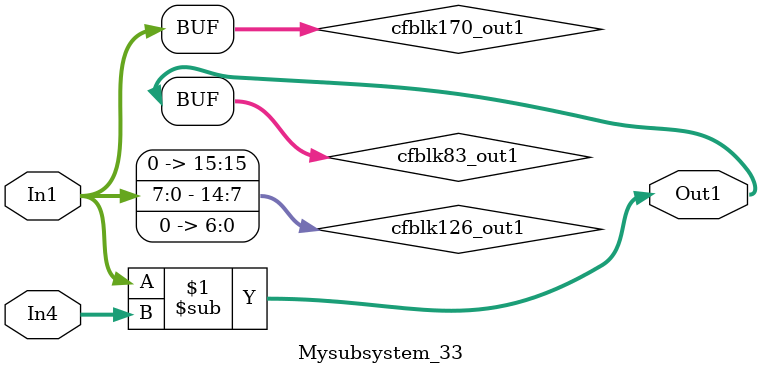
<source format=v>



`timescale 1 ns / 1 ns

module Mysubsystem_33
          (In1,
           In4,
           Out1);


  input   [7:0] In1;  // uint8
  input   [7:0] In4;  // uint8
  output  [7:0] Out1;  // uint8


  wire [15:0] cfblk126_out1;  // ufix16_En7
  wire [7:0] cfblk170_out1;  // uint8
  wire [7:0] cfblk83_out1;  // uint8


  assign cfblk126_out1 = {1'b0, {In1, 7'b0000000}};



  assign cfblk170_out1 = cfblk126_out1[14:7];



  assign cfblk83_out1 = cfblk170_out1 - In4;



  assign Out1 = cfblk83_out1;

endmodule  // Mysubsystem_33


</source>
